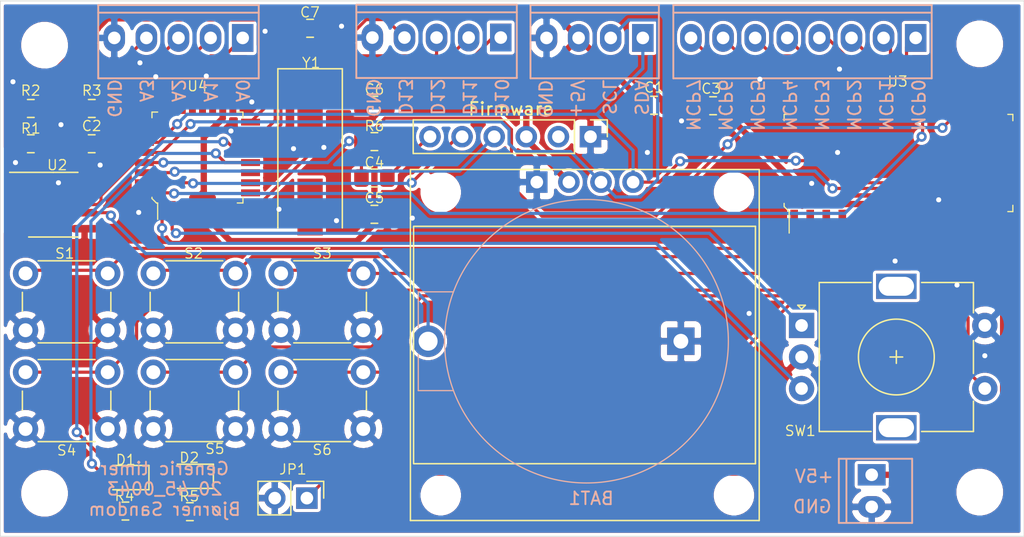
<source format=kicad_pcb>
(kicad_pcb (version 20171130) (host pcbnew "(5.1.7)-1")
  (layers (0 F.Cu signal) (31 B.Cu signal) (34 B.Paste user) (35 F.Paste user) (36 B.SilkS user) (37 F.SilkS user) (38 B.Mask user) (39 F.Mask user) (44 Edge.Cuts user))
  (net 0 "")
  (net 1 +BATT)
  (net 2 GND)
  (net 3 +5V)
  (net 4 /~RESET)
  (net 5 "Net-(C4-Pad1)")
  (net 6 "Net-(C5-Pad2)")
  (net 7 "Net-(C6-Pad2)")
  (net 8 "Net-(D1-Pad1)")
  (net 9 "Net-(D2-Pad1)")
  (net 10 "Net-(J1-Pad5)")
  (net 11 "Net-(J1-Pad4)")
  (net 12 "Net-(J1-Pad2)")
  (net 13 /A3)
  (net 14 /A2)
  (net 15 /A1)
  (net 16 /A0)
  (net 17 /SCL)
  (net 18 /SDA)
  (net 19 /D13)
  (net 20 /D12)
  (net 21 /D11)
  (net 22 /D10)
  (net 23 /MCP6)
  (net 24 /MCP7)
  (net 25 /MCP5)
  (net 26 /MCP4)
  (net 27 /MCP3)
  (net 28 /MCP2)
  (net 29 /MCP1)
  (net 30 /MCP0)
  (net 31 "Net-(JP1-Pad1)")
  (net 32 "Net-(R1-Pad2)")
  (net 33 /BUTTON0)
  (net 34 /BUTTON1)
  (net 35 /BUTTON2)
  (net 36 /BUTTON3)
  (net 37 /BUTTON4)
  (net 38 /BUTTON5)
  (net 39 "Net-(SW1-PadA)")
  (net 40 "Net-(SW1-PadB)")
  (net 41 /ROTSW_PUSH)
  (net 42 "Net-(U2-Pad1)")
  (net 43 /MCP_INT)
  (net 44 "Net-(U3-Pad19)")
  (net 45 "Net-(U3-Pad14)")
  (net 46 "Net-(U3-Pad11)")
  (net 47 "Net-(U4-Pad22)")
  (net 48 "Net-(U4-Pad20)")
  (net 49 "Net-(U4-Pad19)")
  (net 50 "Net-(U4-Pad10)")
  (net 51 "Net-(U4-Pad9)")
  (net 52 "Net-(U4-Pad11)")
  (net 53 "Net-(D1-Pad2)")
  (net 54 "Net-(D2-Pad2)")
  (module Resistor_SMD:R_0805_2012Metric_Pad1.15x1.40mm_HandSolder (layer F.Cu) (at 125 96.45)
    (fp_text reference R5 (at -0.05 -1.225) (layer F.SilkS) (effects (font (size 0.8 0.8) (thickness 0.1))))
    (fp_text value 560Ω)
    (pad 2 smd roundrect (at 1.025 0) (size 1.15 1.4) (layers F.Cu F.Paste F.Mask) (roundrect_rratio 0.2173904347826087) (net 9 "Net-(D2-Pad1)"))
    (pad 1 smd roundrect (at -1.025 0) (size 1.15 1.4) (layers F.Cu F.Paste F.Mask) (roundrect_rratio 0.2173904347826087) (net 2 GND))
  )
  (module Resistor_SMD:R_0805_2012Metric_Pad1.15x1.40mm_HandSolder (layer F.Cu) (at 119.9 96.4)
    (fp_text reference R4 (at -0.075 -1.2) (layer F.SilkS) (effects (font (size 0.8 0.8) (thickness 0.1))))
    (fp_text value 560Ω)
    (pad 2 smd roundrect (at 1.025 0) (size 1.15 1.4) (layers F.Cu F.Paste F.Mask) (roundrect_rratio 0.2173904347826087) (net 8 "Net-(D1-Pad1)"))
    (pad 1 smd roundrect (at -1.025 0) (size 1.15 1.4) (layers F.Cu F.Paste F.Mask) (roundrect_rratio 0.2173904347826087) (net 2 GND))
  )
  (module LED_SMD:LED_0805_2012Metric_Pad1.15x1.40mm_HandSolder (layer F.Cu) (at 125 93.65 180)
    (fp_text reference D2 (at 0.05 1.475) (layer F.SilkS) (effects (font (size 0.8 0.8) (thickness 0.1))))
    (fp_text value LED)
    (pad 2 smd roundrect (at 1.025 0 180) (size 1.15 1.4) (layers F.Cu F.Paste F.Mask) (roundrect_rratio 0.2173904347826087) (net 54 "Net-(D2-Pad2)"))
    (pad 1 smd roundrect (at -1.025 0 180) (size 1.15 1.4) (layers F.Cu F.Paste F.Mask) (roundrect_rratio 0.2173904347826087) (net 9 "Net-(D2-Pad1)"))
  )
  (module LED_SMD:LED_0805_2012Metric_Pad1.15x1.40mm_HandSolder (layer F.Cu) (at 119.9 93.75 180)
    (fp_text reference D1 (at -0.025 1.4) (layer F.SilkS) (effects (font (size 0.8 0.8) (thickness 0.1))))
    (fp_text value LED)
    (pad 2 smd roundrect (at 1.025 0 180) (size 1.15 1.4) (layers F.Cu F.Paste F.Mask) (roundrect_rratio 0.2173904347826087) (net 53 "Net-(D1-Pad2)"))
    (pad 1 smd roundrect (at -1.025 0 180) (size 1.15 1.4) (layers F.Cu F.Paste F.Mask) (roundrect_rratio 0.2173904347826087) (net 8 "Net-(D1-Pad1)"))
  )
  (module myDevices:KF2510-5P (layer B.Cu) (at 149.6 58.9 180)
    (fp_text reference J4 hide)
    (fp_text value "GPIO Header")
    (pad 5 thru_hole oval (at 10.16 0 180) (size 1.7 2.2) (drill 1) (layers *.Cu *.Mask) (net 2 GND))
    (pad 4 thru_hole oval (at 7.62 0 180) (size 1.7 2.2) (drill 1) (layers *.Cu *.Mask) (net 19 /D13))
    (pad 3 thru_hole oval (at 5.08 0 180) (size 1.7 2.2) (drill 1) (layers *.Cu *.Mask) (net 20 /D12))
    (pad 2 thru_hole oval (at 2.54 0 180) (size 1.7 2.2) (drill 1) (layers *.Cu *.Mask) (net 21 /D11))
    (pad 1 thru_hole rect (at 0 0 180) (size 1.7 2.2) (drill 1) (layers *.Cu *.Mask) (net 22 /D10))
  )
  (module Button_Switch_THT:SW_PUSH_6mm_H7.3mm (layer F.Cu) (at 138.718 89.902 180)
    (fp_text reference S6 (at 3.25 -1.648) (layer F.SilkS) (effects (font (size 0.8 0.8) (thickness 0.1))))
    (fp_text value GPTS203211B)
    (pad 1 thru_hole circle (at 6.5 0 270) (size 2 2) (drill 1.1) (layers *.Cu *.Mask) (net 2 GND))
    (pad 2 thru_hole circle (at 6.5 4.5 270) (size 2 2) (drill 1.1) (layers *.Cu *.Mask) (net 38 /BUTTON5))
    (pad 1 thru_hole circle (at 0 0 270) (size 2 2) (drill 1.1) (layers *.Cu *.Mask) (net 2 GND))
    (pad 2 thru_hole circle (at 0 4.5 270) (size 2 2) (drill 1.1) (layers *.Cu *.Mask) (net 38 /BUTTON5))
  )
  (module Button_Switch_THT:SW_PUSH_6mm_H7.3mm (layer F.Cu) (at 128.607 89.902 180)
    (fp_text reference S5 (at 1.632 -1.573) (layer F.SilkS) (effects (font (size 0.8 0.8) (thickness 0.1))))
    (fp_text value GPTS203211B)
    (pad 1 thru_hole circle (at 6.5 0 270) (size 2 2) (drill 1.1) (layers *.Cu *.Mask) (net 2 GND))
    (pad 2 thru_hole circle (at 6.5 4.5 270) (size 2 2) (drill 1.1) (layers *.Cu *.Mask) (net 37 /BUTTON4))
    (pad 1 thru_hole circle (at 0 0 270) (size 2 2) (drill 1.1) (layers *.Cu *.Mask) (net 2 GND))
    (pad 2 thru_hole circle (at 0 4.5 270) (size 2 2) (drill 1.1) (layers *.Cu *.Mask) (net 37 /BUTTON4))
  )
  (module Button_Switch_THT:SW_PUSH_6mm_H7.3mm (layer F.Cu) (at 118.496 89.902 180)
    (fp_text reference S4 (at 3.25 -1.698) (layer F.SilkS) (effects (font (size 0.8 0.8) (thickness 0.1))))
    (fp_text value GPTS203211B)
    (pad 1 thru_hole circle (at 6.5 0 270) (size 2 2) (drill 1.1) (layers *.Cu *.Mask) (net 2 GND))
    (pad 2 thru_hole circle (at 6.5 4.5 270) (size 2 2) (drill 1.1) (layers *.Cu *.Mask) (net 36 /BUTTON3))
    (pad 1 thru_hole circle (at 0 0 270) (size 2 2) (drill 1.1) (layers *.Cu *.Mask) (net 2 GND))
    (pad 2 thru_hole circle (at 0 4.5 270) (size 2 2) (drill 1.1) (layers *.Cu *.Mask) (net 36 /BUTTON3))
  )
  (module Button_Switch_THT:SW_PUSH_6mm_H7.3mm (layer F.Cu) (at 138.718 82.08 180)
    (fp_text reference S3 (at 3.25 6.08) (layer F.SilkS) (effects (font (size 0.8 0.8) (thickness 0.1))))
    (fp_text value GPTS203211B)
    (pad 1 thru_hole circle (at 6.5 0 270) (size 2 2) (drill 1.1) (layers *.Cu *.Mask) (net 2 GND))
    (pad 2 thru_hole circle (at 6.5 4.5 270) (size 2 2) (drill 1.1) (layers *.Cu *.Mask) (net 35 /BUTTON2))
    (pad 1 thru_hole circle (at 0 0 270) (size 2 2) (drill 1.1) (layers *.Cu *.Mask) (net 2 GND))
    (pad 2 thru_hole circle (at 0 4.5 270) (size 2 2) (drill 1.1) (layers *.Cu *.Mask) (net 35 /BUTTON2))
  )
  (module Button_Switch_THT:SW_PUSH_6mm_H7.3mm (layer F.Cu) (at 128.607 82.08 180)
    (fp_text reference S2 (at 3.307 6.08) (layer F.SilkS) (effects (font (size 0.8 0.8) (thickness 0.1))))
    (fp_text value GPTS203211B)
    (pad 1 thru_hole circle (at 6.5 0 270) (size 2 2) (drill 1.1) (layers *.Cu *.Mask) (net 2 GND))
    (pad 2 thru_hole circle (at 6.5 4.5 270) (size 2 2) (drill 1.1) (layers *.Cu *.Mask) (net 34 /BUTTON1))
    (pad 1 thru_hole circle (at 0 0 270) (size 2 2) (drill 1.1) (layers *.Cu *.Mask) (net 2 GND))
    (pad 2 thru_hole circle (at 0 4.5 270) (size 2 2) (drill 1.1) (layers *.Cu *.Mask) (net 34 /BUTTON1))
  )
  (module Button_Switch_THT:SW_PUSH_6mm_H7.3mm (layer F.Cu) (at 118.496 82.08 180)
    (fp_text reference S1 (at 3.396 6.08) (layer F.SilkS) (effects (font (size 0.8 0.8) (thickness 0.1))))
    (fp_text value GPTS203211B)
    (pad 1 thru_hole circle (at 6.5 0 270) (size 2 2) (drill 1.1) (layers *.Cu *.Mask) (net 2 GND))
    (pad 2 thru_hole circle (at 6.5 4.5 270) (size 2 2) (drill 1.1) (layers *.Cu *.Mask) (net 33 /BUTTON0))
    (pad 1 thru_hole circle (at 0 0 270) (size 2 2) (drill 1.1) (layers *.Cu *.Mask) (net 2 GND))
    (pad 2 thru_hole circle (at 0 4.5 270) (size 2 2) (drill 1.1) (layers *.Cu *.Mask) (net 33 /BUTTON0))
  )
  (module Crystal:Crystal_SMD_HC49-SD (layer F.Cu) (at 134.512 68.072 270)
    (fp_text reference Y1 (at -7.172 -0.088 180) (layer F.SilkS) (effects (font (size 0.8 0.8) (thickness 0.1))))
    (fp_text value 16MHz)
    (pad 2 smd rect (at 4.25 0 270) (size 4.5 2) (layers F.Cu F.Paste F.Mask) (net 6 "Net-(C5-Pad2)"))
    (pad 1 smd rect (at -4.25 0 270) (size 4.5 2) (layers F.Cu F.Paste F.Mask) (net 7 "Net-(C6-Pad2)"))
  )
  (module digikey-footprints:TQFP-32_7x7mm (layer F.Cu) (at 125.6 68.4 90)
    (fp_text reference U4 (at 5.65 0 180) (layer F.SilkS) (effects (font (size 0.8 0.8) (thickness 0.1))))
    (fp_text value ATMEGA328P-AU_Arduino)
    (pad 32 smd rect (at -2.8 -4.2 90) (size 0.55 1.5) (layers F.Cu F.Paste F.Mask) (net 43 /MCP_INT))
    (pad 31 smd rect (at -2 -4.2 90) (size 0.55 1.5) (layers F.Cu F.Paste F.Mask) (net 10 "Net-(J1-Pad5)"))
    (pad 30 smd rect (at -1.2 -4.2 90) (size 0.55 1.5) (layers F.Cu F.Paste F.Mask) (net 11 "Net-(J1-Pad4)"))
    (pad 29 smd rect (at -0.4 -4.2 90) (size 0.55 1.5) (layers F.Cu F.Paste F.Mask) (net 4 /~RESET))
    (pad 28 smd rect (at 0.4 -4.2 90) (size 0.55 1.5) (layers F.Cu F.Paste F.Mask) (net 17 /SCL))
    (pad 27 smd rect (at 1.2 -4.2 90) (size 0.55 1.5) (layers F.Cu F.Paste F.Mask) (net 18 /SDA))
    (pad 26 smd rect (at 2 -4.2 90) (size 0.55 1.5) (layers F.Cu F.Paste F.Mask) (net 13 /A3))
    (pad 25 smd rect (at 2.8 -4.2 90) (size 0.55 1.5) (layers F.Cu F.Paste F.Mask) (net 14 /A2))
    (pad 24 smd rect (at 4.2 -2.8 90) (size 1.5 0.55) (layers F.Cu F.Paste F.Mask) (net 15 /A1))
    (pad 23 smd rect (at 4.2 -2 90) (size 1.5 0.55) (layers F.Cu F.Paste F.Mask) (net 16 /A0))
    (pad 22 smd rect (at 4.2 -1.2 90) (size 1.5 0.55) (layers F.Cu F.Paste F.Mask) (net 47 "Net-(U4-Pad22)"))
    (pad 21 smd rect (at 4.2 -0.4 90) (size 1.5 0.55) (layers F.Cu F.Paste F.Mask) (net 2 GND))
    (pad 20 smd rect (at 4.2 0.4 90) (size 1.5 0.55) (layers F.Cu F.Paste F.Mask) (net 48 "Net-(U4-Pad20)"))
    (pad 19 smd rect (at 4.2 1.2 90) (size 1.5 0.55) (layers F.Cu F.Paste F.Mask) (net 49 "Net-(U4-Pad19)"))
    (pad 18 smd rect (at 4.2 2 90) (size 1.5 0.55) (layers F.Cu F.Paste F.Mask) (net 3 +5V))
    (pad 17 smd rect (at 4.2 2.8 90) (size 1.5 0.55) (layers F.Cu F.Paste F.Mask) (net 19 /D13))
    (pad 16 smd rect (at 2.8 4.2 90) (size 0.55 1.5) (layers F.Cu F.Paste F.Mask) (net 20 /D12))
    (pad 15 smd rect (at 2 4.2 90) (size 0.55 1.5) (layers F.Cu F.Paste F.Mask) (net 21 /D11))
    (pad 14 smd rect (at 1.2 4.2 90) (size 0.55 1.5) (layers F.Cu F.Paste F.Mask) (net 22 /D10))
    (pad 13 smd rect (at 0.4 4.2 90) (size 0.55 1.5) (layers F.Cu F.Paste F.Mask) (net 54 "Net-(D2-Pad2)"))
    (pad 12 smd rect (at -0.4 4.2 90) (size 0.55 1.5) (layers F.Cu F.Paste F.Mask) (net 53 "Net-(D1-Pad2)"))
    (pad 11 smd rect (at -1.2 4.2 90) (size 0.55 1.5) (layers F.Cu F.Paste F.Mask) (net 52 "Net-(U4-Pad11)"))
    (pad 10 smd rect (at -2 4.2 90) (size 0.55 1.5) (layers F.Cu F.Paste F.Mask) (net 50 "Net-(U4-Pad10)"))
    (pad 8 smd rect (at -4.2 2.8 90) (size 1.5 0.55) (layers F.Cu F.Paste F.Mask) (net 7 "Net-(C6-Pad2)"))
    (pad 7 smd rect (at -4.2 2 90) (size 1.5 0.55) (layers F.Cu F.Paste F.Mask) (net 6 "Net-(C5-Pad2)"))
    (pad 6 smd rect (at -4.2 1.2 90) (size 1.5 0.55) (layers F.Cu F.Paste F.Mask) (net 3 +5V))
    (pad 5 smd rect (at -4.2 0.4 90) (size 1.5 0.55) (layers F.Cu F.Paste F.Mask) (net 2 GND))
    (pad 4 smd rect (at -4.2 -0.4 90) (size 1.5 0.55) (layers F.Cu F.Paste F.Mask) (net 3 +5V))
    (pad 3 smd rect (at -4.2 -1.2 90) (size 1.5 0.55) (layers F.Cu F.Paste F.Mask) (net 2 GND))
    (pad 2 smd rect (at -4.2 -2 90) (size 1.5 0.55) (layers F.Cu F.Paste F.Mask) (net 39 "Net-(SW1-PadA)"))
    (pad 1 smd rect (at -4.2 -2.8 90) (size 1.5 0.55) (layers F.Cu F.Paste F.Mask) (net 40 "Net-(SW1-PadB)"))
    (pad 9 smd rect (at -2.8 4.2 90) (size 0.55 1.5) (layers F.Cu F.Paste F.Mask) (net 51 "Net-(U4-Pad9)"))
  )
  (module digikey-footprints:SOIC-28_W7.5mm (layer F.Cu) (at 181.07 68.834 90)
    (fp_text reference U3 (at 6.459 -0.07 180) (layer F.SilkS) (effects (font (size 0.8 0.8) (thickness 0.1))))
    (fp_text value MCP23017-E_SO)
    (pad 28 smd rect (at 4.7 -8.255 90) (size 2 0.6) (layers F.Cu F.Paste F.Mask) (net 24 /MCP7))
    (pad 27 smd rect (at 4.7 -6.985 90) (size 2 0.6) (layers F.Cu F.Paste F.Mask) (net 23 /MCP6))
    (pad 26 smd rect (at 4.7 -5.715 90) (size 2 0.6) (layers F.Cu F.Paste F.Mask) (net 25 /MCP5))
    (pad 25 smd rect (at 4.7 -4.445 90) (size 2 0.6) (layers F.Cu F.Paste F.Mask) (net 26 /MCP4))
    (pad 24 smd rect (at 4.7 -3.175 90) (size 2 0.6) (layers F.Cu F.Paste F.Mask) (net 27 /MCP3))
    (pad 23 smd rect (at 4.7 -1.905 90) (size 2 0.6) (layers F.Cu F.Paste F.Mask) (net 28 /MCP2))
    (pad 22 smd rect (at 4.7 -0.635 90) (size 2 0.6) (layers F.Cu F.Paste F.Mask) (net 29 /MCP1))
    (pad 21 smd rect (at 4.7 0.635 90) (size 2 0.6) (layers F.Cu F.Paste F.Mask) (net 30 /MCP0))
    (pad 20 smd rect (at 4.7 1.905 90) (size 2 0.6) (layers F.Cu F.Paste F.Mask) (net 43 /MCP_INT))
    (pad 19 smd rect (at 4.7 3.175 90) (size 2 0.6) (layers F.Cu F.Paste F.Mask) (net 44 "Net-(U3-Pad19)"))
    (pad 18 smd rect (at 4.7 4.445 90) (size 2 0.6) (layers F.Cu F.Paste F.Mask) (net 4 /~RESET))
    (pad 17 smd rect (at 4.7 5.715 90) (size 2 0.6) (layers F.Cu F.Paste F.Mask) (net 2 GND))
    (pad 16 smd rect (at 4.7 6.985 90) (size 2 0.6) (layers F.Cu F.Paste F.Mask) (net 2 GND))
    (pad 15 smd rect (at 4.7 8.255 90) (size 2 0.6) (layers F.Cu F.Paste F.Mask) (net 2 GND))
    (pad 14 smd rect (at -4.7 8.255 90) (size 2 0.6) (layers F.Cu F.Paste F.Mask) (net 45 "Net-(U3-Pad14)"))
    (pad 13 smd rect (at -4.7 6.985 90) (size 2 0.6) (layers F.Cu F.Paste F.Mask) (net 18 /SDA))
    (pad 12 smd rect (at -4.7 5.715 90) (size 2 0.6) (layers F.Cu F.Paste F.Mask) (net 17 /SCL))
    (pad 11 smd rect (at -4.7 4.445 90) (size 2 0.6) (layers F.Cu F.Paste F.Mask) (net 46 "Net-(U3-Pad11)"))
    (pad 10 smd rect (at -4.7 3.175 90) (size 2 0.6) (layers F.Cu F.Paste F.Mask) (net 2 GND))
    (pad 9 smd rect (at -4.7 1.905 90) (size 2 0.6) (layers F.Cu F.Paste F.Mask) (net 3 +5V))
    (pad 8 smd rect (at -4.7 0.635 90) (size 2 0.6) (layers F.Cu F.Paste F.Mask) (net 41 /ROTSW_PUSH))
    (pad 7 smd rect (at -4.7 -0.635 90) (size 2 0.6) (layers F.Cu F.Paste F.Mask) (net 31 "Net-(JP1-Pad1)"))
    (pad 6 smd rect (at -4.7 -1.905 90) (size 2 0.6) (layers F.Cu F.Paste F.Mask) (net 38 /BUTTON5))
    (pad 5 smd rect (at -4.7 -3.175 90) (size 2 0.6) (layers F.Cu F.Paste F.Mask) (net 37 /BUTTON4))
    (pad 4 smd rect (at -4.7 -4.445 90) (size 2 0.6) (layers F.Cu F.Paste F.Mask) (net 36 /BUTTON3))
    (pad 3 smd rect (at -4.7 -5.715 90) (size 2 0.6) (layers F.Cu F.Paste F.Mask) (net 35 /BUTTON2))
    (pad 2 smd rect (at -4.7 -6.985 90) (size 2 0.6) (layers F.Cu F.Paste F.Mask) (net 34 /BUTTON1))
    (pad 1 smd rect (at -4.7 -8.255 90) (size 2 0.6) (layers F.Cu F.Paste F.Mask) (net 33 /BUTTON0))
  )
  (module Package_SO:SOIC-8_3.9x4.9mm_P1.27mm (layer F.Cu) (at 114.192 72.136)
    (fp_text reference U2 (at 0.308 -3.136) (layer F.SilkS) (effects (font (size 0.8 0.8) (thickness 0.1))))
    (fp_text value DS3231MZ)
    (pad 8 smd roundrect (at 2.475 -1.905) (size 1.95 0.6) (layers F.Cu F.Paste F.Mask) (net 17 /SCL))
    (pad 7 smd roundrect (at 2.475 -0.635) (size 1.95 0.6) (layers F.Cu F.Paste F.Mask) (net 18 /SDA))
    (pad 6 smd roundrect (at 2.475 0.635) (size 1.95 0.6) (layers F.Cu F.Paste F.Mask) (net 1 +BATT))
    (pad 5 smd roundrect (at 2.475 1.905) (size 1.95 0.6) (layers F.Cu F.Paste F.Mask) (net 2 GND))
    (pad 4 smd roundrect (at -2.475 1.905) (size 1.95 0.6) (layers F.Cu F.Paste F.Mask) (net 4 /~RESET))
    (pad 3 smd roundrect (at -2.475 0.635) (size 1.95 0.6) (layers F.Cu F.Paste F.Mask) (net 32 "Net-(R1-Pad2)"))
    (pad 2 smd roundrect (at -2.475 -0.635) (size 1.95 0.6) (layers F.Cu F.Paste F.Mask) (net 3 +5V))
    (pad 1 smd roundrect (at -2.475 -1.905) (size 1.95 0.6) (layers F.Cu F.Paste F.Mask) (net 42 "Net-(U2-Pad1)"))
  )
  (module myDevices:Display_OLED_0.96in_I2C (layer F.Cu) (at 152.45 70.35)
    (fp_text reference U1 hide)
    (fp_text value Display_OLED_0.96_I2C)
    (pad "" np_thru_hole circle (at -7.6 0.8) (size 2.7 2.7) (drill 2.7) (layers *.Cu *.Mask))
    (pad "" np_thru_hole circle (at 15.6 24.8) (size 2.7 2.7) (drill 2.7) (layers *.Cu *.Mask))
    (pad "" np_thru_hole circle (at -7.6 24.8) (size 2.7 2.7) (drill 2.7) (layers *.Cu *.Mask))
    (pad "" np_thru_hole circle (at 15.6 0.8) (size 2.7 2.7) (drill 2.7) (layers *.Cu *.Mask))
    (pad 1 thru_hole rect (at 0 0) (size 1.7 1.7) (drill 1) (layers *.Cu *.Mask) (net 2 GND))
    (pad 2 thru_hole circle (at 2.54 0) (size 1.7 1.7) (drill 1) (layers *.Cu *.Mask) (net 3 +5V))
    (pad 3 thru_hole circle (at 5.08 0) (size 1.7 1.7) (drill 1) (layers *.Cu *.Mask) (net 17 /SCL))
    (pad 4 thru_hole circle (at 7.62 0) (size 1.7 1.7) (drill 1) (layers *.Cu *.Mask) (net 18 /SDA))
  )
  (module Rotary_Encoder:RotaryEncoder_Alps_EC11E-Switch_Vertical_H20mm (layer F.Cu) (at 173.4 81.7)
    (fp_text reference SW1 (at -0.1 8.35) (layer F.SilkS) (effects (font (size 0.8 0.8) (thickness 0.1))))
    (fp_text value Rotary_Encoder_Switch)
    (pad A thru_hole rect (at 0 0) (size 2 2) (drill 1) (layers *.Cu *.Mask) (net 39 "Net-(SW1-PadA)"))
    (pad C thru_hole circle (at 0 2.5) (size 2 2) (drill 1) (layers *.Cu *.Mask) (net 2 GND))
    (pad B thru_hole circle (at 0 5) (size 2 2) (drill 1) (layers *.Cu *.Mask) (net 40 "Net-(SW1-PadB)"))
    (pad MP thru_hole rect (at 7.5 -3.1) (size 3.2 2) (drill oval 2.8 1.5) (layers *.Cu *.Mask))
    (pad MP thru_hole rect (at 7.5 8.1) (size 3.2 2) (drill oval 2.8 1.5) (layers *.Cu *.Mask))
    (pad S2 thru_hole circle (at 14.5 0) (size 2 2) (drill 1) (layers *.Cu *.Mask) (net 2 GND))
    (pad S1 thru_hole circle (at 14.5 5) (size 2 2) (drill 1) (layers *.Cu *.Mask) (net 41 /ROTSW_PUSH))
  )
  (module Resistor_SMD:R_0805_2012Metric_Pad1.15x1.40mm_HandSolder (layer F.Cu) (at 139.6 67.141333 180)
    (fp_text reference R6 (at 0 1.241333) (layer F.SilkS) (effects (font (size 0.8 0.8) (thickness 0.1))))
    (fp_text value 10kΩ)
    (pad 2 smd roundrect (at 1.025 0 180) (size 1.15 1.4) (layers F.Cu F.Paste F.Mask) (roundrect_rratio 0.2173904347826087) (net 4 /~RESET))
    (pad 1 smd roundrect (at -1.025 0 180) (size 1.15 1.4) (layers F.Cu F.Paste F.Mask) (roundrect_rratio 0.2173904347826087) (net 3 +5V))
  )
  (module Resistor_SMD:R_0805_2012Metric_Pad1.15x1.40mm_HandSolder (layer F.Cu) (at 117.24 64.516)
    (fp_text reference R3 (at 0 -1.416) (layer F.SilkS) (effects (font (size 0.8 0.8) (thickness 0.1))))
    (fp_text value 10kΩ)
    (pad 2 smd roundrect (at 1.025 0) (size 1.15 1.4) (layers F.Cu F.Paste F.Mask) (roundrect_rratio 0.2173904347826087) (net 17 /SCL))
    (pad 1 smd roundrect (at -1.025 0) (size 1.15 1.4) (layers F.Cu F.Paste F.Mask) (roundrect_rratio 0.2173904347826087) (net 3 +5V))
  )
  (module Resistor_SMD:R_0805_2012Metric_Pad1.15x1.40mm_HandSolder (layer F.Cu) (at 112.414 64.516)
    (fp_text reference R2 (at -0.014 -1.416) (layer F.SilkS) (effects (font (size 0.8 0.8) (thickness 0.1))))
    (fp_text value 10kΩ)
    (pad 2 smd roundrect (at 1.025 0) (size 1.15 1.4) (layers F.Cu F.Paste F.Mask) (roundrect_rratio 0.2173904347826087) (net 18 /SDA))
    (pad 1 smd roundrect (at -1.025 0) (size 1.15 1.4) (layers F.Cu F.Paste F.Mask) (roundrect_rratio 0.2173904347826087) (net 3 +5V))
  )
  (module Resistor_SMD:R_0805_2012Metric_Pad1.15x1.40mm_HandSolder (layer F.Cu) (at 112.414 67.31 180)
    (fp_text reference R1 (at 0 1.21) (layer F.SilkS) (effects (font (size 0.8 0.8) (thickness 0.1))))
    (fp_text value 10kΩ)
    (pad 2 smd roundrect (at 1.025 0 180) (size 1.15 1.4) (layers F.Cu F.Paste F.Mask) (roundrect_rratio 0.2173904347826087) (net 32 "Net-(R1-Pad2)"))
    (pad 1 smd roundrect (at -1.025 0 180) (size 1.15 1.4) (layers F.Cu F.Paste F.Mask) (roundrect_rratio 0.2173904347826087) (net 3 +5V))
  )
  (module Connector_PinHeader_2.54mm:PinHeader_1x02_P2.54mm_Vertical (layer F.Cu) (at 134.258 95.377 270)
    (fp_text reference JP1 (at -2.277 1.108 180) (layer F.SilkS) (effects (font (size 0.8 0.8) (thickness 0.1))))
    (fp_text value Jumper_2_Open)
    (pad 2 thru_hole oval (at 0 2.54 270) (size 1.7 1.7) (drill 1) (layers *.Cu *.Mask) (net 2 GND))
    (pad 1 thru_hole rect (at 0 0 270) (size 1.7 1.7) (drill 1) (layers *.Cu *.Mask) (net 31 "Net-(JP1-Pad1)"))
  )
  (module myDevices:KF2510-2P (layer B.Cu) (at 178.95 94.8 270)
    (fp_text reference J6 hide)
    (fp_text value Power)
    (pad 2 thru_hole oval (at 1.27 0 270) (size 1.7 2.2) (drill 1) (layers *.Cu *.Mask) (net 2 GND))
    (pad 1 thru_hole rect (at -1.27 0 270) (size 1.7 2.2) (drill 1) (layers *.Cu *.Mask) (net 3 +5V))
  )
  (module myDevices:KF2510-8P (layer B.Cu) (at 182.43 58.928 180)
    (fp_text reference J5 hide)
    (fp_text value "MCP Header")
    (pad 7 thru_hole oval (at 15.24 0 180) (size 1.7 2.2) (drill 1) (layers *.Cu *.Mask) (net 23 /MCP6))
    (pad 8 thru_hole oval (at 17.78 0 180) (size 1.7 2.2) (drill 1) (layers *.Cu *.Mask) (net 24 /MCP7))
    (pad 6 thru_hole oval (at 12.7 0 180) (size 1.7 2.2) (drill 1) (layers *.Cu *.Mask) (net 25 /MCP5))
    (pad 5 thru_hole oval (at 10.16 0 180) (size 1.7 2.2) (drill 1) (layers *.Cu *.Mask) (net 26 /MCP4))
    (pad 4 thru_hole oval (at 7.62 0 180) (size 1.7 2.2) (drill 1) (layers *.Cu *.Mask) (net 27 /MCP3))
    (pad 3 thru_hole oval (at 5.08 0 180) (size 1.7 2.2) (drill 1) (layers *.Cu *.Mask) (net 28 /MCP2))
    (pad 2 thru_hole oval (at 2.54 0 180) (size 1.7 2.2) (drill 1) (layers *.Cu *.Mask) (net 29 /MCP1))
    (pad 1 thru_hole rect (at 0 0 180) (size 1.7 2.2) (drill 1) (layers *.Cu *.Mask) (net 30 /MCP0))
  )
  (module myDevices:KF2510-4P (layer B.Cu) (at 157.03 58.928 180)
    (fp_text reference J3 hide)
    (fp_text value "I2C Header")
    (pad 4 thru_hole oval (at 3.81 0 180) (size 1.7 2.2) (drill 1) (layers *.Cu *.Mask) (net 2 GND))
    (pad 3 thru_hole oval (at 1.27 0 180) (size 1.7 2.2) (drill 1) (layers *.Cu *.Mask) (net 3 +5V))
    (pad 2 thru_hole oval (at -1.27 0 180) (size 1.7 2.2) (drill 1) (layers *.Cu *.Mask) (net 17 /SCL))
    (pad 1 thru_hole rect (at -3.81 0 180) (size 1.7 2.2) (drill 1) (layers *.Cu *.Mask) (net 18 /SDA))
  )
  (module myDevices:KF2510-5P (layer B.Cu) (at 129.178 58.928 180)
    (fp_text reference J2 hide)
    (fp_text value "Analog header")
    (pad 5 thru_hole oval (at 10.16 0 180) (size 1.7 2.2) (drill 1) (layers *.Cu *.Mask) (net 2 GND))
    (pad 4 thru_hole oval (at 7.62 0 180) (size 1.7 2.2) (drill 1) (layers *.Cu *.Mask) (net 13 /A3))
    (pad 3 thru_hole oval (at 5.08 0 180) (size 1.7 2.2) (drill 1) (layers *.Cu *.Mask) (net 14 /A2))
    (pad 2 thru_hole oval (at 2.54 0 180) (size 1.7 2.2) (drill 1) (layers *.Cu *.Mask) (net 15 /A1))
    (pad 1 thru_hole rect (at 0 0 180) (size 1.7 2.2) (drill 1) (layers *.Cu *.Mask) (net 16 /A0))
  )
  (module Connector_PinHeader_2.54mm:PinHeader_1x06_P2.54mm_Vertical (layer F.Cu) (at 156.7 66.75 270)
    (fp_text reference J1 hide)
    (fp_text value FIRMWARE)
    (pad 6 thru_hole oval (at 0 12.7 270) (size 1.7 1.7) (drill 1) (layers *.Cu *.Mask) (net 5 "Net-(C4-Pad1)"))
    (pad 5 thru_hole oval (at 0 10.16 270) (size 1.7 1.7) (drill 1) (layers *.Cu *.Mask) (net 10 "Net-(J1-Pad5)"))
    (pad 4 thru_hole oval (at 0 7.62 270) (size 1.7 1.7) (drill 1) (layers *.Cu *.Mask) (net 11 "Net-(J1-Pad4)"))
    (pad 3 thru_hole oval (at 0 5.08 270) (size 1.7 1.7) (drill 1) (layers *.Cu *.Mask) (net 3 +5V))
    (pad 2 thru_hole oval (at 0 2.54 270) (size 1.7 1.7) (drill 1) (layers *.Cu *.Mask) (net 12 "Net-(J1-Pad2)"))
    (pad 1 thru_hole rect (at 0 0 270) (size 1.7 1.7) (drill 1) (layers *.Cu *.Mask) (net 2 GND))
  )
  (module MountingHole:MountingHole_3.2mm_M3 (layer F.Cu) (at 187.5 94.9)
    (fp_text reference H4 hide)
    (fp_text value MountingHole)
    (pad 1 np_thru_hole circle (at 0 0) (size 3.2 3.2) (drill 3.2) (layers *.Cu *.Mask))
  )
  (module MountingHole:MountingHole_3.2mm_M3 (layer F.Cu) (at 187.5 59.4)
    (fp_text reference H3 hide)
    (fp_text value MountingHole)
    (pad 1 np_thru_hole circle (at 0 0) (size 3.2 3.2) (drill 3.2) (layers *.Cu *.Mask))
  )
  (module MountingHole:MountingHole_3.2mm_M3 (layer F.Cu) (at 113.5 94.996)
    (fp_text reference H2 hide)
    (fp_text value MountingHole)
    (pad 1 np_thru_hole circle (at 0 0) (size 3.2 3.2) (drill 3.2) (layers *.Cu *.Mask))
  )
  (module MountingHole:MountingHole_3.2mm_M3 (layer F.Cu) (at 113.5 59.5)
    (fp_text reference H1 hide)
    (fp_text value MountingHole)
    (pad 1 np_thru_hole circle (at 0 0) (size 3.2 3.2) (drill 3.2) (layers *.Cu *.Mask))
  )
  (module Capacitor_SMD:C_0805_2012Metric_Pad1.15x1.40mm_HandSolder (layer F.Cu) (at 134.512 58.166 180)
    (fp_text reference C7 (at 0.012 1.266) (layer F.SilkS) (effects (font (size 0.8 0.8) (thickness 0.1))))
    (fp_text value 100nF)
    (pad 2 smd roundrect (at 1.025 0 180) (size 1.15 1.4) (layers F.Cu F.Paste F.Mask) (roundrect_rratio 0.2173904347826087) (net 3 +5V))
    (pad 1 smd roundrect (at -1.025 0 180) (size 1.15 1.4) (layers F.Cu F.Paste F.Mask) (roundrect_rratio 0.2173904347826087) (net 2 GND))
  )
  (module Capacitor_SMD:C_0805_2012Metric_Pad1.15x1.40mm_HandSolder (layer F.Cu) (at 139.6 64.262 180)
    (fp_text reference C6 (at 0 1.262) (layer F.SilkS) (effects (font (size 0.8 0.8) (thickness 0.1))))
    (fp_text value 22pF)
    (pad 2 smd roundrect (at 1.025 0 180) (size 1.15 1.4) (layers F.Cu F.Paste F.Mask) (roundrect_rratio 0.2173904347826087) (net 7 "Net-(C6-Pad2)"))
    (pad 1 smd roundrect (at -1.025 0 180) (size 1.15 1.4) (layers F.Cu F.Paste F.Mask) (roundrect_rratio 0.2173904347826087) (net 2 GND))
  )
  (module Capacitor_SMD:C_0805_2012Metric_Pad1.15x1.40mm_HandSolder (layer F.Cu) (at 139.6 72.9 180)
    (fp_text reference C5 (at 0 1.3) (layer F.SilkS) (effects (font (size 0.8 0.8) (thickness 0.1))))
    (fp_text value 22pF)
    (pad 2 smd roundrect (at 1.025 0 180) (size 1.15 1.4) (layers F.Cu F.Paste F.Mask) (roundrect_rratio 0.2173904347826087) (net 6 "Net-(C5-Pad2)"))
    (pad 1 smd roundrect (at -1.025 0 180) (size 1.15 1.4) (layers F.Cu F.Paste F.Mask) (roundrect_rratio 0.2173904347826087) (net 2 GND))
  )
  (module Capacitor_SMD:C_0805_2012Metric_Pad1.15x1.40mm_HandSolder (layer F.Cu) (at 139.6 70.020666 180)
    (fp_text reference C4 (at 0 1.220666) (layer F.SilkS) (effects (font (size 0.8 0.8) (thickness 0.1))))
    (fp_text value 10nF)
    (pad 2 smd roundrect (at 1.025 0 180) (size 1.15 1.4) (layers F.Cu F.Paste F.Mask) (roundrect_rratio 0.2173904347826087) (net 4 /~RESET))
    (pad 1 smd roundrect (at -1.025 0 180) (size 1.15 1.4) (layers F.Cu F.Paste F.Mask) (roundrect_rratio 0.2173904347826087) (net 5 "Net-(C4-Pad1)"))
  )
  (module Capacitor_SMD:C_0805_2012Metric_Pad1.15x1.40mm_HandSolder (layer F.Cu) (at 166.4 64.3 180)
    (fp_text reference C3 (at 0.15 1.35) (layer F.SilkS) (effects (font (size 0.8 0.8) (thickness 0.1))))
    (fp_text value 100nF)
    (pad 2 smd roundrect (at 1.025 0 180) (size 1.15 1.4) (layers F.Cu F.Paste F.Mask) (roundrect_rratio 0.2173904347826087) (net 3 +5V))
    (pad 1 smd roundrect (at -1.025 0 180) (size 1.15 1.4) (layers F.Cu F.Paste F.Mask) (roundrect_rratio 0.2173904347826087) (net 2 GND))
  )
  (module Capacitor_SMD:C_0805_2012Metric_Pad1.15x1.40mm_HandSolder (layer F.Cu) (at 117.231 67.31)
    (fp_text reference C2 (at 0 -1.41) (layer F.SilkS) (effects (font (size 0.8 0.8) (thickness 0.1))))
    (fp_text value 100nF)
    (pad 2 smd roundrect (at 1.025 0) (size 1.15 1.4) (layers F.Cu F.Paste F.Mask) (roundrect_rratio 0.2173904347826087) (net 2 GND))
    (pad 1 smd roundrect (at -1.025 0) (size 1.15 1.4) (layers F.Cu F.Paste F.Mask) (roundrect_rratio 0.2173904347826087) (net 3 +5V))
  )
  (module Capacitor_SMD:C_0805_2012Metric_Pad1.15x1.40mm_HandSolder (layer F.Cu) (at 161.725 64.262)
    (fp_text reference C1 (at 0 -1.412) (layer F.SilkS) (effects (font (size 0.8 0.8) (thickness 0.1))))
    (fp_text value 1µF)
    (pad 2 smd roundrect (at 1.025 0) (size 1.15 1.4) (layers F.Cu F.Paste F.Mask) (roundrect_rratio 0.2173904347826087) (net 3 +5V))
    (pad 1 smd roundrect (at -1.025 0) (size 1.15 1.4) (layers F.Cu F.Paste F.Mask) (roundrect_rratio 0.2173904347826087) (net 2 GND))
  )
  (module digikey-footprints:Battery_Holder_Coin_2032_BS-7 (layer B.Cu) (at 163.85 82.95 180)
    (fp_text reference BAT1 (at 7.1 -12.45 180) (layer B.SilkS) (effects (justify mirror)))
    (fp_text value BS-7)
    (pad Pos thru_hole circle (at 20 0 180) (size 2.5 2.5) (drill 1.5) (layers *.Cu *.Mask) (net 1 +BATT))
    (pad Neg thru_hole rect (at 0 0 180) (size 2.17 2.17) (drill 1.17) (layers *.Cu *.Mask) (net 2 GND))
  )
  (gr_text "Generic timer\n20_45_0043\nBjørner Sandom\n" (at 123 94.65) (layer B.SilkS) (effects (font (size 1 1)) (justify mirror)))
  (gr_text Firmware (at 150.4 64.55) (layer F.SilkS) (effects (font (size 1 1))))
  (gr_text GND (at 174.25 96.05) (layer B.SilkS) (effects (font (size 1 1)) (justify mirror)))
  (gr_text +5V (at 174.4 93.65) (layer B.SilkS) (effects (font (size 1 1)) (justify mirror)))
  (gr_text MCP5 (at 169.885714 64.25 -90) (layer B.SilkS) (effects (font (size 1 1)) (justify mirror)))
  (gr_text MCP6 (at 167.342857 64.25 -90) (layer B.SilkS) (effects (font (size 1 1)) (justify mirror)))
  (gr_text MCP7 (at 164.8 64.25 -90) (layer B.SilkS) (effects (font (size 1 1)) (justify mirror)))
  (gr_text MCP1 (at 180.057142 64.25 -90) (layer B.SilkS) (effects (font (size 1 1)) (justify mirror)))
  (gr_text MCP4 (at 172.428571 64.25 -90) (layer B.SilkS) (effects (font (size 1 1)) (justify mirror)))
  (gr_text MCP2 (at 177.514285 64.25 -90) (layer B.SilkS) (effects (font (size 1 1)) (justify mirror)))
  (gr_text MCP3 (at 174.971428 64.25 -90) (layer B.SilkS) (effects (font (size 1 1)) (justify mirror)))
  (gr_text MCP0 (at 182.6 64.25 -90) (layer B.SilkS) (effects (font (size 1 1)) (justify mirror)))
  (gr_text SDA (at 160.7125 63.65 -90) (layer B.SilkS) (effects (font (size 1 1)) (justify mirror)))
  (gr_text GND (at 153.1 63.769047 -90) (layer B.SilkS) (effects (font (size 1 1)) (justify mirror)))
  (gr_text SCL (at 158.175 63.62619 -90) (layer B.SilkS) (effects (font (size 1 1)) (justify mirror)))
  (gr_text +5V (at 155.6375 63.769047 -90) (layer B.SilkS) (effects (font (size 1 1)) (justify mirror)))
  (gr_text D11 (at 147.1125 63.6 -90) (layer B.SilkS) (effects (font (size 1 1)) (justify mirror)))
  (gr_text GND (at 139.5 63.671428 -90) (layer B.SilkS) (effects (font (size 1 1)) (justify mirror)))
  (gr_text D12 (at 144.575 63.6 -90) (layer B.SilkS) (effects (font (size 1 1)) (justify mirror)))
  (gr_text D13 (at 142.0375 63.6 -90) (layer B.SilkS) (effects (font (size 1 1)) (justify mirror)))
  (gr_text D10 (at 149.65 63.6 -90) (layer B.SilkS) (effects (font (size 1 1)) (justify mirror)))
  (gr_text GND (at 119 63.719047 -90) (layer B.SilkS) (effects (font (size 1 1)) (justify mirror)))
  (gr_text A3 (at 121.5375 63.1 -90) (layer B.SilkS) (effects (font (size 1 1)) (justify mirror)))
  (gr_text A2 (at 124.075 63.1 -90) (layer B.SilkS) (effects (font (size 1 1)) (justify mirror)))
  (gr_text A1 (at 126.6125 63.1 -90) (layer B.SilkS) (effects (font (size 1 1)) (justify mirror)))
  (gr_text A0 (at 129.15 63.1 -90) (layer B.SilkS) (effects (font (size 1 1)) (justify mirror)))
  (gr_line (start 110 98.4) (end 110 56) (layer Edge.Cuts) (width 0.05))
  (gr_line (start 191 98.4) (end 110 98.4) (layer Edge.Cuts) (width 0.05))
  (gr_line (start 191 56) (end 191 98.4) (layer Edge.Cuts) (width 0.05))
  (gr_line (start 110 56) (end 191 56) (layer Edge.Cuts) (width 0.05))
  (segment (start 139.904999 76.004999) (end 121.504999 76.004999) (width 0.25) (layer B.Cu) (net 1))
  (via (at 118.75 73) (size 0.8) (drill 0.4) (layers F.Cu B.Cu) (net 1))
  (segment (start 118.75 73.25) (end 118.75 73) (width 0.25) (layer B.Cu) (net 1))
  (segment (start 121.504999 76.004999) (end 118.75 73.25) (width 0.25) (layer B.Cu) (net 1))
  (segment (start 118.521 72.771) (end 118.75 73) (width 0.25) (layer F.Cu) (net 1))
  (segment (start 116.667 72.771) (end 118.521 72.771) (width 0.25) (layer F.Cu) (net 1))
  (segment (start 143.85 79.95) (end 143.85 82.95) (width 0.25) (layer B.Cu) (net 1))
  (segment (start 139.904999 76.004999) (end 143.85 79.95) (width 0.25) (layer B.Cu) (net 1))
  (segment (start 126 73.6) (end 126 72.6) (width 0.25) (layer F.Cu) (net 2))
  (segment (start 125.924999 73.675001) (end 126 73.6) (width 0.25) (layer F.Cu) (net 2))
  (segment (start 124.4 73.6) (end 124.475001 73.675001) (width 0.25) (layer F.Cu) (net 2))
  (segment (start 124.4 72.6) (end 124.4 73.6) (width 0.25) (layer F.Cu) (net 2))
  (via (at 163.9 65.5) (size 0.8) (drill 0.4) (layers F.Cu B.Cu) (net 2))
  (segment (start 161.938 65.5) (end 163.9 65.5) (width 0.25) (layer F.Cu) (net 2))
  (segment (start 160.7 64.262) (end 161.938 65.5) (width 0.25) (layer F.Cu) (net 2))
  (via (at 137 58) (size 0.8) (drill 0.4) (layers F.Cu B.Cu) (net 2))
  (segment (start 136.834 58.166) (end 137 58) (width 0.5) (layer F.Cu) (net 2))
  (segment (start 135.537 58.166) (end 136.834 58.166) (width 0.5) (layer F.Cu) (net 2))
  (via (at 169.25 80.75) (size 0.8) (drill 0.4) (layers F.Cu B.Cu) (net 2))
  (via (at 176.25 68) (size 0.8) (drill 0.4) (layers F.Cu B.Cu) (net 2))
  (via (at 187.9 84.1) (size 0.8) (drill 0.4) (layers F.Cu B.Cu) (net 2))
  (via (at 185.7 78.5) (size 0.8) (drill 0.4) (layers F.Cu B.Cu) (net 2))
  (via (at 180.8 76.6) (size 0.8) (drill 0.4) (layers F.Cu B.Cu) (net 2))
  (via (at 170.1 62.2) (size 0.8) (drill 0.4) (layers F.Cu B.Cu) (net 2))
  (via (at 176.4 61.4) (size 0.8) (drill 0.4) (layers F.Cu B.Cu) (net 2))
  (via (at 122.3 62) (size 0.8) (drill 0.4) (layers F.Cu B.Cu) (net 2))
  (via (at 111 62.4) (size 0.8) (drill 0.4) (layers F.Cu B.Cu) (net 2))
  (via (at 114.8 65.8) (size 0.8) (drill 0.4) (layers F.Cu B.Cu) (net 2))
  (via (at 114.6 70.4) (size 0.8) (drill 0.4) (layers F.Cu B.Cu) (net 2))
  (via (at 111.2 68.8) (size 0.8) (drill 0.4) (layers F.Cu B.Cu) (net 2))
  (via (at 129.9 64) (size 0.8) (drill 0.4) (layers F.Cu B.Cu) (net 2))
  (via (at 133.2 67.7) (size 0.8) (drill 0.4) (layers F.Cu B.Cu) (net 2))
  (via (at 135.6 67.6) (size 0.8) (drill 0.4) (layers F.Cu B.Cu) (net 2))
  (via (at 136.6 73.4) (size 0.8) (drill 0.4) (layers F.Cu B.Cu) (net 2))
  (via (at 142.6 73.2) (size 0.8) (drill 0.4) (layers F.Cu B.Cu) (net 2))
  (segment (start 142.3 72.9) (end 142.6 73.2) (width 0.5) (layer F.Cu) (net 2))
  (segment (start 140.625 72.9) (end 142.3 72.9) (width 0.5) (layer F.Cu) (net 2))
  (via (at 184.25 71.75) (size 0.8) (drill 0.4) (layers F.Cu B.Cu) (net 2))
  (segment (start 184.245 71.755) (end 184.25 71.75) (width 0.5) (layer F.Cu) (net 2))
  (segment (start 184.245 73.534) (end 184.245 71.755) (width 0.5) (layer F.Cu) (net 2))
  (via (at 117.9 69) (size 0.8) (drill 0.4) (layers F.Cu B.Cu) (net 2))
  (segment (start 124.475001 73.675001) (end 125.125001 73.675001) (width 0.25) (layer F.Cu) (net 2))
  (segment (start 125.125001 73.675001) (end 125.924999 73.675001) (width 0.25) (layer F.Cu) (net 2))
  (via (at 120.95 72.75) (size 0.8) (drill 0.4) (layers F.Cu B.Cu) (net 2))
  (segment (start 120.95 73.223002) (end 120.95 72.75) (width 0.25) (layer F.Cu) (net 2))
  (segment (start 122.851999 75.125001) (end 120.95 73.223002) (width 0.25) (layer F.Cu) (net 2))
  (segment (start 124.248001 75.125001) (end 122.851999 75.125001) (width 0.25) (layer F.Cu) (net 2))
  (segment (start 125.125001 74.248001) (end 124.248001 75.125001) (width 0.25) (layer F.Cu) (net 2))
  (segment (start 125.125001 73.675001) (end 125.125001 74.248001) (width 0.25) (layer F.Cu) (net 2))
  (segment (start 137.91299 65.28701) (end 135.6 67.6) (width 0.25) (layer F.Cu) (net 2))
  (segment (start 139.59999 65.28701) (end 137.91299 65.28701) (width 0.25) (layer F.Cu) (net 2))
  (segment (start 140.625 64.262) (end 139.59999 65.28701) (width 0.25) (layer F.Cu) (net 2))
  (via (at 121.05 60.9) (size 0.8) (drill 0.4) (layers F.Cu B.Cu) (net 2))
  (via (at 130.95 58.4) (size 0.8) (drill 0.4) (layers F.Cu B.Cu) (net 2))
  (via (at 126.3 61.95) (size 0.8) (drill 0.4) (layers F.Cu B.Cu) (net 2))
  (via (at 161.2 68) (size 0.8) (drill 0.4) (layers F.Cu B.Cu) (net 2))
  (via (at 174.2 70.45) (size 0.8) (drill 0.4) (layers F.Cu B.Cu) (net 2))
  (via (at 132.05 72.5) (size 0.8) (drill 0.4) (layers F.Cu B.Cu) (net 2))
  (via (at 128.25 66.3) (size 0.8) (drill 0.4) (layers F.Cu B.Cu) (net 2))
  (segment (start 132.598998 58.166) (end 133.487 58.166) (width 0.5) (layer F.Cu) (net 3))
  (segment (start 127.6 63.164998) (end 132.598998 58.166) (width 0.5) (layer F.Cu) (net 3))
  (segment (start 127.6 64.2) (end 127.6 63.164998) (width 0.5) (layer F.Cu) (net 3))
  (segment (start 116.215 67.301) (end 116.206 67.31) (width 0.5) (layer F.Cu) (net 3))
  (segment (start 116.215 64.516) (end 116.215 67.301) (width 0.5) (layer F.Cu) (net 3))
  (segment (start 113.439 67.31) (end 116.206 67.31) (width 0.5) (layer F.Cu) (net 3))
  (segment (start 113.439 70.754) (end 113.439 67.31) (width 0.5) (layer F.Cu) (net 3))
  (segment (start 112.692 71.501) (end 113.439 70.754) (width 0.5) (layer F.Cu) (net 3))
  (segment (start 111.717 71.501) (end 112.692 71.501) (width 0.5) (layer F.Cu) (net 3))
  (segment (start 111.389 65.26) (end 113.439 67.31) (width 0.5) (layer F.Cu) (net 3))
  (segment (start 111.389 64.516) (end 111.389 65.26) (width 0.5) (layer F.Cu) (net 3))
  (segment (start 139.6 68.166333) (end 140.625 67.141333) (width 0.5) (layer F.Cu) (net 3))
  (segment (start 139.6 73.639966) (end 139.6 68.166333) (width 0.5) (layer F.Cu) (net 3))
  (segment (start 138.217965 75.022001) (end 139.6 73.639966) (width 0.5) (layer F.Cu) (net 3))
  (segment (start 128.208815 75.022001) (end 138.217965 75.022001) (width 0.5) (layer F.Cu) (net 3))
  (segment (start 126.8 73.613186) (end 128.208815 75.022001) (width 0.5) (layer F.Cu) (net 3))
  (segment (start 126.8 72.6) (end 126.8 73.613186) (width 0.5) (layer F.Cu) (net 3))
  (segment (start 132.69899 57.37799) (end 133.487 58.166) (width 0.5) (layer F.Cu) (net 3))
  (segment (start 118.479519 57.37799) (end 132.69899 57.37799) (width 0.5) (layer F.Cu) (net 3))
  (segment (start 117.71799 58.139519) (end 118.479519 57.37799) (width 0.5) (layer F.Cu) (net 3))
  (segment (start 117.71799 58.18701) (end 117.71799 58.139519) (width 0.5) (layer F.Cu) (net 3))
  (segment (start 111.389 64.516) (end 117.71799 58.18701) (width 0.5) (layer F.Cu) (net 3))
  (segment (start 134.75302 56.89998) (end 133.487 58.166) (width 0.5) (layer F.Cu) (net 3))
  (segment (start 153.73198 56.89998) (end 134.75302 56.89998) (width 0.5) (layer F.Cu) (net 3))
  (segment (start 155.76 58.928) (end 153.73198 56.89998) (width 0.5) (layer F.Cu) (net 3))
  (segment (start 162.788 64.3) (end 162.75 64.262) (width 0.5) (layer F.Cu) (net 3))
  (segment (start 165.375 64.3) (end 162.788 64.3) (width 0.5) (layer F.Cu) (net 3))
  (segment (start 166.52501 65.45001) (end 165.375 64.3) (width 0.5) (layer F.Cu) (net 3))
  (segment (start 167.95001 65.45001) (end 166.52501 65.45001) (width 0.5) (layer F.Cu) (net 3))
  (segment (start 174.583999 72.083999) (end 167.95001 65.45001) (width 0.5) (layer F.Cu) (net 3))
  (segment (start 182.365001 72.083999) (end 174.583999 72.083999) (width 0.5) (layer F.Cu) (net 3))
  (segment (start 182.975 72.693998) (end 182.365001 72.083999) (width 0.5) (layer F.Cu) (net 3))
  (segment (start 182.975 73.534) (end 182.975 72.693998) (width 0.5) (layer F.Cu) (net 3))
  (segment (start 159.94399 63.11199) (end 155.76 58.928) (width 0.5) (layer F.Cu) (net 3))
  (segment (start 161.59999 63.11199) (end 159.94399 63.11199) (width 0.5) (layer F.Cu) (net 3))
  (segment (start 162.75 64.262) (end 161.59999 63.11199) (width 0.5) (layer F.Cu) (net 3))
  (segment (start 182.975 74.234) (end 182.975 73.534) (width 0.5) (layer F.Cu) (net 3))
  (segment (start 189.350001 80.609001) (end 182.975 74.234) (width 0.5) (layer F.Cu) (net 3))
  (segment (start 189.350001 87.419999) (end 189.350001 80.609001) (width 0.5) (layer F.Cu) (net 3))
  (segment (start 151.62 66.98) (end 154.99 70.35) (width 0.5) (layer F.Cu) (net 3))
  (segment (start 151.62 66.75) (end 151.62 66.98) (width 0.5) (layer F.Cu) (net 3))
  (segment (start 151.62 63.068) (end 155.76 58.928) (width 0.5) (layer F.Cu) (net 3))
  (segment (start 151.62 66.75) (end 151.62 63.068) (width 0.5) (layer F.Cu) (net 3))
  (segment (start 183.24 93.53) (end 178.95 93.53) (width 0.5) (layer F.Cu) (net 3))
  (segment (start 189.350001 87.419999) (end 183.24 93.53) (width 0.5) (layer F.Cu) (net 3))
  (segment (start 125.2 71.564998) (end 125.2 72.6) (width 0.5) (layer F.Cu) (net 3))
  (segment (start 125.364999 71.399999) (end 125.2 71.564998) (width 0.5) (layer F.Cu) (net 3))
  (segment (start 126.8 71.564998) (end 126.635001 71.399999) (width 0.5) (layer F.Cu) (net 3))
  (segment (start 126.8 72.6) (end 126.8 71.564998) (width 0.5) (layer F.Cu) (net 3))
  (segment (start 127.6 65.3) (end 127.6 64.2) (width 0.5) (layer F.Cu) (net 3))
  (segment (start 126.100001 71.099999) (end 126.100001 66.799999) (width 0.5) (layer F.Cu) (net 3))
  (segment (start 126.100001 66.799999) (end 127.6 65.3) (width 0.5) (layer F.Cu) (net 3))
  (segment (start 125.800001 71.399999) (end 126.100001 71.099999) (width 0.5) (layer F.Cu) (net 3))
  (segment (start 126.635001 71.399999) (end 125.800001 71.399999) (width 0.5) (layer F.Cu) (net 3))
  (segment (start 125.800001 71.399999) (end 125.364999 71.399999) (width 0.5) (layer F.Cu) (net 3))
  (segment (start 138.575 70.020666) (end 138.575 67.141333) (width 0.25) (layer F.Cu) (net 4))
  (via (at 137.6 67.1) (size 0.8) (drill 0.4) (layers F.Cu B.Cu) (net 4))
  (segment (start 137.641333 67.141333) (end 137.6 67.1) (width 0.25) (layer F.Cu) (net 4))
  (segment (start 138.575 67.141333) (end 137.641333 67.141333) (width 0.25) (layer F.Cu) (net 4))
  (via (at 122.9 68.8) (size 0.8) (drill 0.4) (layers F.Cu B.Cu) (net 4))
  (segment (start 121.4 68.8) (end 122.9 68.8) (width 0.25) (layer F.Cu) (net 4))
  (segment (start 135.9 68.8) (end 137.6 67.1) (width 0.25) (layer B.Cu) (net 4))
  (segment (start 122.9 68.8) (end 135.9 68.8) (width 0.25) (layer B.Cu) (net 4))
  (segment (start 114.60699 72.12601) (end 112.692 74.041) (width 0.25) (layer F.Cu) (net 4))
  (segment (start 117.688758 72.12601) (end 114.60699 72.12601) (width 0.25) (layer F.Cu) (net 4))
  (segment (start 117.96701 71.847758) (end 117.688758 72.12601) (width 0.25) (layer F.Cu) (net 4))
  (segment (start 117.96701 71.422988) (end 117.96701 71.847758) (width 0.25) (layer F.Cu) (net 4))
  (segment (start 120.589998 68.8) (end 117.96701 71.422988) (width 0.25) (layer F.Cu) (net 4))
  (segment (start 112.692 74.041) (end 111.717 74.041) (width 0.25) (layer F.Cu) (net 4))
  (segment (start 121.4 68.8) (end 120.589998 68.8) (width 0.25) (layer F.Cu) (net 4))
  (segment (start 163.374999 71.525001) (end 167.55 67.35) (width 0.25) (layer F.Cu) (net 4))
  (via (at 167.55 67.35) (size 0.8) (drill 0.4) (layers F.Cu B.Cu) (net 4))
  (segment (start 149.54601 65.28701) (end 150.444999 66.185999) (width 0.25) (layer F.Cu) (net 4))
  (segment (start 140.429323 65.28701) (end 149.54601 65.28701) (width 0.25) (layer F.Cu) (net 4))
  (segment (start 150.444999 66.185999) (end 150.444999 70.630001) (width 0.25) (layer F.Cu) (net 4))
  (segment (start 138.575 67.141333) (end 140.429323 65.28701) (width 0.25) (layer F.Cu) (net 4))
  (via (at 184.55 66.05) (size 0.8) (drill 0.4) (layers F.Cu B.Cu) (net 4))
  (segment (start 184.524999 66.024999) (end 184.55 66.05) (width 0.25) (layer B.Cu) (net 4))
  (segment (start 168.875001 66.024999) (end 184.524999 66.024999) (width 0.25) (layer B.Cu) (net 4))
  (segment (start 167.55 67.35) (end 168.875001 66.024999) (width 0.25) (layer B.Cu) (net 4))
  (segment (start 185.515 65.085) (end 185.515 64.134) (width 0.25) (layer F.Cu) (net 4))
  (segment (start 184.55 66.05) (end 185.515 65.085) (width 0.25) (layer F.Cu) (net 4))
  (segment (start 150.444999 70.630001) (end 152.864998 73.05) (width 0.25) (layer F.Cu) (net 4))
  (segment (start 161.85 73.05) (end 167.55 67.35) (width 0.25) (layer F.Cu) (net 4))
  (segment (start 152.864998 73.05) (end 161.85 73.05) (width 0.25) (layer F.Cu) (net 4))
  (segment (start 140.625 70.020666) (end 144 66.645666) (width 0.25) (layer F.Cu) (net 5))
  (segment (start 127.6 73.6) (end 127.6 72.6) (width 0.25) (layer F.Cu) (net 6))
  (segment (start 127.675001 73.675001) (end 127.6 73.6) (width 0.25) (layer F.Cu) (net 6))
  (segment (start 133.158999 73.675001) (end 127.675001 73.675001) (width 0.25) (layer F.Cu) (net 6))
  (segment (start 134.512 72.322) (end 133.158999 73.675001) (width 0.25) (layer F.Cu) (net 6))
  (segment (start 137.997 72.322) (end 138.575 72.9) (width 0.25) (layer F.Cu) (net 6))
  (segment (start 134.512 72.322) (end 137.997 72.322) (width 0.25) (layer F.Cu) (net 6))
  (segment (start 134.952 64.262) (end 134.512 63.822) (width 0.25) (layer F.Cu) (net 7))
  (segment (start 138.575 64.262) (end 134.952 64.262) (width 0.25) (layer F.Cu) (net 7))
  (segment (start 130.010002 72.6) (end 128.4 72.6) (width 0.25) (layer F.Cu) (net 7))
  (segment (start 134.512 68.098002) (end 130.010002 72.6) (width 0.25) (layer F.Cu) (net 7))
  (segment (start 134.512 63.822) (end 134.512 68.098002) (width 0.25) (layer F.Cu) (net 7))
  (segment (start 120.925 93.75) (end 120.925 96.4) (width 0.25) (layer F.Cu) (net 8))
  (segment (start 126.025 93.65) (end 126.025 96.45) (width 0.25) (layer F.Cu) (net 9))
  (via (at 125.25 70.45) (size 0.8) (drill 0.4) (layers F.Cu B.Cu) (net 10))
  (segment (start 125.2 70.4) (end 125.25 70.45) (width 0.25) (layer F.Cu) (net 10))
  (segment (start 121.4 70.4) (end 125.2 70.4) (width 0.25) (layer F.Cu) (net 10))
  (via (at 142.55 70.4) (size 0.8) (drill 0.4) (layers F.Cu B.Cu) (net 10))
  (segment (start 142.5 70.45) (end 142.55 70.4) (width 0.25) (layer B.Cu) (net 10))
  (segment (start 125.25 70.45) (end 142.5 70.45) (width 0.25) (layer B.Cu) (net 10))
  (segment (start 146.2 66.75) (end 146.54 66.75) (width 0.25) (layer F.Cu) (net 10))
  (segment (start 142.55 70.4) (end 146.2 66.75) (width 0.25) (layer F.Cu) (net 10))
  (via (at 123.8 69.525) (size 0.8) (drill 0.4) (layers F.Cu B.Cu) (net 11))
  (segment (start 123.725 69.6) (end 123.8 69.525) (width 0.25) (layer F.Cu) (net 11))
  (segment (start 121.4 69.6) (end 123.725 69.6) (width 0.25) (layer F.Cu) (net 11))
  (segment (start 146.355001 69.474999) (end 149.08 66.75) (width 0.25) (layer B.Cu) (net 11))
  (segment (start 123.850001 69.474999) (end 146.355001 69.474999) (width 0.25) (layer B.Cu) (net 11))
  (segment (start 123.8 69.525) (end 123.850001 69.474999) (width 0.25) (layer B.Cu) (net 11))
  (segment (start 120.324999 60.161001) (end 121.558 58.928) (width 0.25) (layer F.Cu) (net 13))
  (segment (start 120.324999 66.324999) (end 120.324999 60.161001) (width 0.25) (layer F.Cu) (net 13))
  (segment (start 120.4 66.4) (end 120.324999 66.324999) (width 0.25) (layer F.Cu) (net 13))
  (segment (start 121.4 66.4) (end 120.4 66.4) (width 0.25) (layer F.Cu) (net 13))
  (segment (start 121.4 61.626) (end 124.098 58.928) (width 0.25) (layer F.Cu) (net 14))
  (segment (start 121.4 65.6) (end 121.4 61.626) (width 0.25) (layer F.Cu) (net 14))
  (segment (start 122.8 62.766) (end 122.8 64.2) (width 0.25) (layer F.Cu) (net 15))
  (segment (start 126.638 58.928) (end 122.8 62.766) (width 0.25) (layer F.Cu) (net 15))
  (segment (start 127.75299 60.35301) (end 129.178 58.928) (width 0.25) (layer F.Cu) (net 16))
  (segment (start 126.636988 60.35301) (end 127.75299 60.35301) (width 0.25) (layer F.Cu) (net 16))
  (segment (start 123.6 63.389998) (end 126.636988 60.35301) (width 0.25) (layer F.Cu) (net 16))
  (segment (start 123.6 64.2) (end 123.6 63.389998) (width 0.25) (layer F.Cu) (net 16))
  (segment (start 120.589998 68) (end 121.4 68) (width 0.25) (layer F.Cu) (net 17))
  (segment (start 118.358998 70.231) (end 120.589998 68) (width 0.25) (layer F.Cu) (net 17))
  (segment (start 116.667 70.231) (end 118.358998 70.231) (width 0.25) (layer F.Cu) (net 17))
  (segment (start 118.265 65.53782) (end 118.265 64.516) (width 0.25) (layer F.Cu) (net 17))
  (segment (start 119.25 66.52282) (end 118.265 65.53782) (width 0.25) (layer F.Cu) (net 17))
  (segment (start 119.25 66.85) (end 119.25 66.52282) (width 0.25) (layer F.Cu) (net 17))
  (segment (start 120.4 68) (end 119.25 66.85) (width 0.25) (layer F.Cu) (net 17))
  (segment (start 121.4 68) (end 120.4 68) (width 0.25) (layer F.Cu) (net 17))
  (via (at 125.05 65.75) (size 0.8) (drill 0.4) (layers F.Cu B.Cu) (net 17))
  (segment (start 121.475 68.075) (end 121.4 68) (width 0.25) (layer F.Cu) (net 17))
  (segment (start 159.725001 57.502999) (end 158.3 58.928) (width 0.25) (layer B.Cu) (net 17))
  (segment (start 161.950001 57.502999) (end 159.725001 57.502999) (width 0.25) (layer B.Cu) (net 17))
  (segment (start 162.015001 57.567999) (end 161.950001 57.502999) (width 0.25) (layer B.Cu) (net 17))
  (segment (start 160.634001 71.525001) (end 162.015001 70.144001) (width 0.25) (layer B.Cu) (net 17))
  (segment (start 158.705001 71.525001) (end 160.634001 71.525001) (width 0.25) (layer B.Cu) (net 17))
  (segment (start 157.53 70.35) (end 158.705001 71.525001) (width 0.25) (layer B.Cu) (net 17))
  (via (at 175.85 70.85) (size 0.8) (drill 0.4) (layers F.Cu B.Cu) (net 17))
  (segment (start 185.351 70.85) (end 175.85 70.85) (width 0.25) (layer F.Cu) (net 17))
  (segment (start 186.785 72.284) (end 185.351 70.85) (width 0.25) (layer F.Cu) (net 17))
  (segment (start 186.785 73.534) (end 186.785 72.284) (width 0.25) (layer F.Cu) (net 17))
  (segment (start 162.055003 69.474999) (end 162.015001 69.515001) (width 0.25) (layer B.Cu) (net 17))
  (segment (start 174.474999 69.474999) (end 162.055003 69.474999) (width 0.25) (layer B.Cu) (net 17))
  (segment (start 162.015001 69.515001) (end 162.015001 57.567999) (width 0.25) (layer B.Cu) (net 17))
  (segment (start 175.85 70.85) (end 174.474999 69.474999) (width 0.25) (layer B.Cu) (net 17))
  (segment (start 162.015001 70.144001) (end 162.015001 69.515001) (width 0.25) (layer B.Cu) (net 17))
  (segment (start 122.8 68) (end 125.05 65.75) (width 0.25) (layer F.Cu) (net 17))
  (segment (start 121.4 68) (end 122.8 68) (width 0.25) (layer F.Cu) (net 17))
  (segment (start 125.225001 65.574999) (end 125.05 65.75) (width 0.25) (layer B.Cu) (net 17))
  (segment (start 149.644001 65.574999) (end 125.225001 65.574999) (width 0.25) (layer B.Cu) (net 17))
  (segment (start 150.255001 66.185999) (end 149.644001 65.574999) (width 0.25) (layer B.Cu) (net 17))
  (segment (start 150.866001 67.925001) (end 150.255001 67.314001) (width 0.25) (layer B.Cu) (net 17))
  (segment (start 150.255001 67.314001) (end 150.255001 66.185999) (width 0.25) (layer B.Cu) (net 17))
  (segment (start 155.105001 67.925001) (end 150.866001 67.925001) (width 0.25) (layer B.Cu) (net 17))
  (segment (start 157.53 70.35) (end 155.105001 67.925001) (width 0.25) (layer B.Cu) (net 17))
  (segment (start 113.439 64.516) (end 114.46401 63.49099) (width 0.25) (layer F.Cu) (net 18))
  (segment (start 119.16501 65.80142) (end 119.16501 63.82782) (width 0.25) (layer F.Cu) (net 18))
  (segment (start 120.56359 67.2) (end 119.16501 65.80142) (width 0.25) (layer F.Cu) (net 18))
  (segment (start 121.4 67.2) (end 120.56359 67.2) (width 0.25) (layer F.Cu) (net 18))
  (segment (start 119.16501 63.82782) (end 118.82818 63.49099) (width 0.25) (layer F.Cu) (net 18))
  (segment (start 117.11501 63.58499) (end 117.20901 63.49099) (width 0.25) (layer F.Cu) (net 18))
  (segment (start 115.36699 69.884242) (end 117.11501 68.136222) (width 0.25) (layer F.Cu) (net 18))
  (segment (start 117.11501 68.136222) (end 117.11501 63.58499) (width 0.25) (layer F.Cu) (net 18))
  (segment (start 115.36699 71.17599) (end 115.36699 69.884242) (width 0.25) (layer F.Cu) (net 18))
  (segment (start 115.692 71.501) (end 115.36699 71.17599) (width 0.25) (layer F.Cu) (net 18))
  (segment (start 116.667 71.501) (end 115.692 71.501) (width 0.25) (layer F.Cu) (net 18))
  (segment (start 118.82818 63.49099) (end 117.20901 63.49099) (width 0.25) (layer F.Cu) (net 18))
  (segment (start 114.46401 63.49099) (end 117.20901 63.49099) (width 0.25) (layer F.Cu) (net 18))
  (via (at 124 65.75) (size 0.8) (drill 0.4) (layers F.Cu B.Cu) (net 18))
  (segment (start 160.07 67.834998) (end 160.07 70.35) (width 0.25) (layer B.Cu) (net 18))
  (segment (start 157.210003 64.975001) (end 160.07 67.834998) (width 0.25) (layer B.Cu) (net 18))
  (segment (start 160.84 61.345004) (end 157.210003 64.975001) (width 0.25) (layer B.Cu) (net 18))
  (segment (start 160.84 58.928) (end 160.84 61.345004) (width 0.25) (layer B.Cu) (net 18))
  (via (at 172.95 68.65) (size 0.8) (drill 0.4) (layers F.Cu B.Cu) (net 18))
  (segment (start 174.723002 68.65) (end 172.95 68.65) (width 0.25) (layer F.Cu) (net 18))
  (segment (start 176.472992 70.39999) (end 174.723002 68.65) (width 0.25) (layer F.Cu) (net 18))
  (segment (start 186.17099 70.39999) (end 176.472992 70.39999) (width 0.25) (layer F.Cu) (net 18))
  (segment (start 188.055 72.284) (end 186.17099 70.39999) (width 0.25) (layer F.Cu) (net 18))
  (segment (start 188.055 73.534) (end 188.055 72.284) (width 0.25) (layer F.Cu) (net 18))
  (segment (start 172.95 68.65) (end 166.85 68.65) (width 0.25) (layer B.Cu) (net 18))
  (via (at 163.8 68.7) (size 0.8) (drill 0.4) (layers F.Cu B.Cu) (net 18))
  (segment (start 163.85 68.65) (end 163.8 68.7) (width 0.25) (layer B.Cu) (net 18))
  (segment (start 166.85 68.65) (end 163.85 68.65) (width 0.25) (layer B.Cu) (net 18))
  (segment (start 162.15 70.35) (end 160.07 70.35) (width 0.25) (layer F.Cu) (net 18))
  (segment (start 163.8 68.7) (end 162.15 70.35) (width 0.25) (layer F.Cu) (net 18))
  (segment (start 122.55 67.2) (end 124 65.75) (width 0.25) (layer F.Cu) (net 18))
  (segment (start 121.4 67.2) (end 122.55 67.2) (width 0.25) (layer F.Cu) (net 18))
  (segment (start 124.774999 64.975001) (end 124 65.75) (width 0.25) (layer B.Cu) (net 18))
  (segment (start 157.210003 64.975001) (end 124.774999 64.975001) (width 0.25) (layer B.Cu) (net 18))
  (segment (start 140.55499 57.47499) (end 141.98 58.9) (width 0.25) (layer F.Cu) (net 19))
  (segment (start 138.953295 57.47499) (end 140.55499 57.47499) (width 0.25) (layer F.Cu) (net 19))
  (segment (start 137.237275 59.19101) (end 138.953295 57.47499) (width 0.25) (layer F.Cu) (net 19))
  (segment (start 133.39876 59.19101) (end 137.237275 59.19101) (width 0.25) (layer F.Cu) (net 19))
  (segment (start 128.4 64.18977) (end 133.39876 59.19101) (width 0.25) (layer F.Cu) (net 19))
  (segment (start 128.4 64.2) (end 128.4 64.18977) (width 0.25) (layer F.Cu) (net 19))
  (segment (start 132.879198 60.34698) (end 131.299982 61.926198) (width 0.25) (layer F.Cu) (net 20))
  (segment (start 144.423021 60.346979) (end 132.879198 60.34698) (width 0.25) (layer F.Cu) (net 20))
  (segment (start 144.52 60.25) (end 144.423021 60.346979) (width 0.25) (layer F.Cu) (net 20))
  (segment (start 144.52 58.9) (end 144.52 60.25) (width 0.25) (layer F.Cu) (net 20))
  (segment (start 131.299982 64.100018) (end 129.8 65.6) (width 0.25) (layer F.Cu) (net 20))
  (segment (start 131.299982 61.926198) (end 131.299982 64.100018) (width 0.25) (layer F.Cu) (net 20))
  (segment (start 131.749991 62.112597) (end 133.065599 60.796989) (width 0.25) (layer F.Cu) (net 21))
  (segment (start 130.8 66.4) (end 131.74999 65.45001) (width 0.25) (layer F.Cu) (net 21))
  (segment (start 131.74999 65.45001) (end 131.749991 62.112597) (width 0.25) (layer F.Cu) (net 21))
  (segment (start 129.8 66.4) (end 130.8 66.4) (width 0.25) (layer F.Cu) (net 21))
  (segment (start 145.163011 60.796989) (end 147.06 58.9) (width 0.25) (layer F.Cu) (net 21))
  (segment (start 133.065599 60.796989) (end 145.163011 60.796989) (width 0.25) (layer F.Cu) (net 21))
  (segment (start 133.251999 61.246999) (end 132.2 62.298998) (width 0.25) (layer F.Cu) (net 22))
  (segment (start 146.624716 61.246999) (end 133.251999 61.246999) (width 0.25) (layer F.Cu) (net 22))
  (segment (start 148.971715 58.9) (end 146.624716 61.246999) (width 0.25) (layer F.Cu) (net 22))
  (segment (start 149.6 58.9) (end 148.971715 58.9) (width 0.25) (layer F.Cu) (net 22))
  (segment (start 130.8 67.2) (end 129.8 67.2) (width 0.25) (layer F.Cu) (net 22))
  (segment (start 132.2 65.8) (end 130.8 67.2) (width 0.25) (layer F.Cu) (net 22))
  (segment (start 132.2 62.298998) (end 132.2 65.8) (width 0.25) (layer F.Cu) (net 22))
  (segment (start 169.06502 60.80302) (end 167.19 58.928) (width 0.25) (layer F.Cu) (net 23))
  (segment (start 172.00402 60.80302) (end 169.06502 60.80302) (width 0.25) (layer F.Cu) (net 23))
  (segment (start 174.085 62.884) (end 172.00402 60.80302) (width 0.25) (layer F.Cu) (net 23))
  (segment (start 174.085 64.134) (end 174.085 62.884) (width 0.25) (layer F.Cu) (net 23))
  (segment (start 168.95899 63.23699) (end 164.65 58.928) (width 0.25) (layer F.Cu) (net 24))
  (segment (start 171.91799 63.23699) (end 168.95899 63.23699) (width 0.25) (layer F.Cu) (net 24))
  (segment (start 172.815 64.134) (end 171.91799 63.23699) (width 0.25) (layer F.Cu) (net 24))
  (segment (start 171.15501 60.35301) (end 169.73 58.928) (width 0.25) (layer F.Cu) (net 25))
  (segment (start 172.82401 60.35301) (end 171.15501 60.35301) (width 0.25) (layer F.Cu) (net 25))
  (segment (start 175.355 62.884) (end 172.82401 60.35301) (width 0.25) (layer F.Cu) (net 25))
  (segment (start 175.355 64.134) (end 175.355 62.884) (width 0.25) (layer F.Cu) (net 25))
  (segment (start 176.625 63.283) (end 172.27 58.928) (width 0.25) (layer F.Cu) (net 26))
  (segment (start 176.625 64.134) (end 176.625 63.283) (width 0.25) (layer F.Cu) (net 26))
  (segment (start 175.438285 58.928) (end 174.81 58.928) (width 0.25) (layer F.Cu) (net 27))
  (segment (start 177.895 61.384715) (end 175.438285 58.928) (width 0.25) (layer F.Cu) (net 27))
  (segment (start 177.895 64.134) (end 177.895 61.384715) (width 0.25) (layer F.Cu) (net 27))
  (segment (start 179.165 60.743) (end 177.35 58.928) (width 0.25) (layer F.Cu) (net 28))
  (segment (start 179.165 64.134) (end 179.165 60.743) (width 0.25) (layer F.Cu) (net 28))
  (segment (start 180.435 59.473) (end 179.89 58.928) (width 0.25) (layer F.Cu) (net 29))
  (segment (start 180.435 64.134) (end 180.435 59.473) (width 0.25) (layer F.Cu) (net 29))
  (segment (start 181.705 59.653) (end 182.43 58.928) (width 0.25) (layer F.Cu) (net 30))
  (segment (start 181.705 64.134) (end 181.705 59.653) (width 0.25) (layer F.Cu) (net 30))
  (segment (start 180.435 74.15041) (end 180.435 73.534) (width 0.25) (layer F.Cu) (net 31))
  (segment (start 178.75 75.83541) (end 180.435 74.15041) (width 0.25) (layer F.Cu) (net 31))
  (segment (start 178.75 83.311002) (end 178.75 75.83541) (width 0.25) (layer F.Cu) (net 31))
  (segment (start 168.586003 93.474999) (end 178.75 83.311002) (width 0.25) (layer F.Cu) (net 31))
  (segment (start 136.160001 93.474999) (end 168.586003 93.474999) (width 0.25) (layer F.Cu) (net 31))
  (segment (start 134.258 95.377) (end 136.160001 93.474999) (width 0.25) (layer F.Cu) (net 31))
  (segment (start 181.705 74.149002) (end 181.705 73.534) (width 0.25) (layer F.Cu) (net 41))
  (segment (start 110.41699 68.28201) (end 111.389 67.31) (width 0.25) (layer F.Cu) (net 32))
  (segment (start 110.41699 72.44599) (end 110.41699 68.28201) (width 0.25) (layer F.Cu) (net 32))
  (segment (start 110.742 72.771) (end 110.41699 72.44599) (width 0.25) (layer F.Cu) (net 32))
  (segment (start 111.717 72.771) (end 110.742 72.771) (width 0.25) (layer F.Cu) (net 32))
  (segment (start 111.996 77.33) (end 118.496 77.33) (width 0.25) (layer F.Cu) (net 33))
  (segment (start 170.751989 75.597011) (end 172.815 73.534) (width 0.25) (layer F.Cu) (net 33))
  (segment (start 120.228989 75.597011) (end 170.751989 75.597011) (width 0.25) (layer F.Cu) (net 33))
  (segment (start 118.496 77.33) (end 120.228989 75.597011) (width 0.25) (layer F.Cu) (net 33))
  (segment (start 122.107 77.33) (end 128.607 77.33) (width 0.25) (layer F.Cu) (net 34))
  (segment (start 174.085 74.784) (end 174.085 73.534) (width 0.25) (layer F.Cu) (net 34))
  (segment (start 172.614001 76.254999) (end 174.085 74.784) (width 0.25) (layer F.Cu) (net 34))
  (segment (start 129.932001 76.254999) (end 172.614001 76.254999) (width 0.25) (layer F.Cu) (net 34))
  (segment (start 128.607 77.58) (end 129.932001 76.254999) (width 0.25) (layer F.Cu) (net 34))
  (segment (start 132.218 77.33) (end 138.718 77.33) (width 0.25) (layer F.Cu) (net 35))
  (segment (start 175.355 74.15041) (end 175.355 73.534) (width 0.25) (layer F.Cu) (net 35))
  (segment (start 171.92541 77.58) (end 175.355 74.15041) (width 0.25) (layer F.Cu) (net 35))
  (segment (start 138.718 77.58) (end 171.92541 77.58) (width 0.25) (layer F.Cu) (net 35))
  (segment (start 111.996 85.402) (end 118.496 85.402) (width 0.25) (layer F.Cu) (net 36))
  (segment (start 176.625 74.149002) (end 176.625 73.534) (width 0.25) (layer F.Cu) (net 36))
  (segment (start 171.869001 78.905001) (end 176.625 74.149002) (width 0.25) (layer F.Cu) (net 36))
  (segment (start 120.781999 81.443999) (end 123.320997 78.905001) (width 0.25) (layer F.Cu) (net 36))
  (segment (start 120.781999 83.116001) (end 120.781999 81.443999) (width 0.25) (layer F.Cu) (net 36))
  (segment (start 123.320997 78.905001) (end 171.869001 78.905001) (width 0.25) (layer F.Cu) (net 36))
  (segment (start 118.496 85.402) (end 120.781999 83.116001) (width 0.25) (layer F.Cu) (net 36))
  (segment (start 122.107 85.402) (end 128.607 85.402) (width 0.25) (layer F.Cu) (net 37))
  (segment (start 177.895 74.234) (end 177.895 73.534) (width 0.25) (layer F.Cu) (net 37))
  (segment (start 130.603999 83.405001) (end 128.607 85.402) (width 0.25) (layer F.Cu) (net 37))
  (segment (start 139.354001 83.405001) (end 130.603999 83.405001) (width 0.25) (layer F.Cu) (net 37))
  (segment (start 143.403991 79.355011) (end 139.354001 83.405001) (width 0.25) (layer F.Cu) (net 37))
  (segment (start 173.323989 79.355011) (end 143.403991 79.355011) (width 0.25) (layer F.Cu) (net 37))
  (segment (start 177.895 74.784) (end 173.323989 79.355011) (width 0.25) (layer F.Cu) (net 37))
  (segment (start 177.895 73.534) (end 177.895 74.784) (width 0.25) (layer F.Cu) (net 37))
  (segment (start 132.218 85.402) (end 138.718 85.402) (width 0.25) (layer F.Cu) (net 38))
  (segment (start 172.5 80) (end 167.098 85.402) (width 0.25) (layer F.Cu) (net 38))
  (segment (start 173.949 80) (end 172.5 80) (width 0.25) (layer F.Cu) (net 38))
  (segment (start 179.165 73.534) (end 179.165 74.784) (width 0.25) (layer F.Cu) (net 38))
  (segment (start 179.165 74.784) (end 173.949 80) (width 0.25) (layer F.Cu) (net 38))
  (segment (start 138.718 85.402) (end 167.098 85.402) (width 0.25) (layer F.Cu) (net 38))
  (via (at 123.9 74.4) (size 0.8) (drill 0.4) (layers F.Cu B.Cu) (net 39))
  (segment (start 124.165685 74.4) (end 123.6 74.4) (width 0.25) (layer B.Cu) (net 39))
  (segment (start 173.4 81.7) (end 166.100001 74.400001) (width 0.25) (layer B.Cu) (net 39))
  (segment (start 123.6 74.1) (end 123.9 74.4) (width 0.25) (layer F.Cu) (net 39))
  (segment (start 123.6 72.6) (end 123.6 74.1) (width 0.25) (layer F.Cu) (net 39))
  (segment (start 124.465686 74.400001) (end 166.100001 74.400001) (width 0.25) (layer B.Cu) (net 39))
  (segment (start 123.9 74.4) (end 124.465686 74.400001) (width 0.25) (layer B.Cu) (net 39))
  (via (at 122.8 74) (size 0.8) (drill 0.4) (layers F.Cu B.Cu) (net 40))
  (segment (start 122.8 72.6) (end 122.8 74.1) (width 0.25) (layer F.Cu) (net 40))
  (segment (start 161.899999 75.199999) (end 173.4 86.7) (width 0.25) (layer B.Cu) (net 40))
  (segment (start 123.326997 75.199999) (end 161.899999 75.199999) (width 0.25) (layer B.Cu) (net 40))
  (segment (start 122.8 74.673002) (end 123.326997 75.199999) (width 0.25) (layer B.Cu) (net 40))
  (segment (start 122.8 74) (end 122.8 74.673002) (width 0.25) (layer B.Cu) (net 40))
  (segment (start 186.574999 85.374999) (end 187.9 86.7) (width 0.25) (layer F.Cu) (net 41))
  (segment (start 186.574999 81.089997) (end 186.574999 85.374999) (width 0.25) (layer F.Cu) (net 41))
  (segment (start 181.705 76.219998) (end 186.574999 81.089997) (width 0.25) (layer F.Cu) (net 41))
  (segment (start 181.705 73.534) (end 181.705 76.219998) (width 0.25) (layer F.Cu) (net 41))
  (via (at 123.75 71.25) (size 0.8) (drill 0.4) (layers F.Cu B.Cu) (net 43))
  (segment (start 123.7 71.2) (end 123.75 71.25) (width 0.25) (layer F.Cu) (net 43))
  (segment (start 121.4 71.2) (end 123.7 71.2) (width 0.25) (layer F.Cu) (net 43))
  (via (at 182.9 66.75) (size 0.8) (drill 0.4) (layers F.Cu B.Cu) (net 43))
  (segment (start 144.045999 72.825001) (end 176.824999 72.825001) (width 0.25) (layer B.Cu) (net 43))
  (segment (start 176.824999 72.825001) (end 182.9 66.75) (width 0.25) (layer B.Cu) (net 43))
  (segment (start 142.470998 71.25) (end 144.045999 72.825001) (width 0.25) (layer B.Cu) (net 43))
  (segment (start 123.75 71.25) (end 142.470998 71.25) (width 0.25) (layer B.Cu) (net 43))
  (segment (start 182.975 66.675) (end 182.9 66.75) (width 0.25) (layer F.Cu) (net 43))
  (segment (start 182.975 64.134) (end 182.975 66.675) (width 0.25) (layer F.Cu) (net 43))
  (via (at 127.05 68.075) (size 0.8) (drill 0.4) (layers F.Cu B.Cu) (net 53))
  (via (at 117.25 92.65) (size 0.8) (drill 0.4) (layers F.Cu B.Cu) (net 53))
  (segment (start 117.170999 92.570999) (end 117.25 92.65) (width 0.25) (layer B.Cu) (net 53))
  (segment (start 117.170999 73.455999) (end 117.170999 92.570999) (width 0.25) (layer B.Cu) (net 53))
  (segment (start 122.551998 68.075) (end 117.170999 73.455999) (width 0.25) (layer B.Cu) (net 53))
  (segment (start 118.35 93.75) (end 117.25 92.65) (width 0.25) (layer F.Cu) (net 53))
  (segment (start 118.875 93.75) (end 118.35 93.75) (width 0.25) (layer F.Cu) (net 53))
  (segment (start 127.775 68.8) (end 127.05 68.075) (width 0.25) (layer F.Cu) (net 53))
  (segment (start 129.8 68.8) (end 127.775 68.8) (width 0.25) (layer F.Cu) (net 53))
  (segment (start 122.551998 68.075) (end 127.05 68.075) (width 0.25) (layer B.Cu) (net 53))
  (segment (start 118.62499 92.72499) (end 116.05 90.15) (width 0.25) (layer F.Cu) (net 54))
  (segment (start 123.04999 92.72499) (end 118.62499 92.72499) (width 0.25) (layer F.Cu) (net 54))
  (via (at 116.05 90.15) (size 0.8) (drill 0.4) (layers F.Cu B.Cu) (net 54))
  (segment (start 123.975 93.65) (end 123.04999 92.72499) (width 0.25) (layer F.Cu) (net 54))
  (via (at 127.65 67.15) (size 0.8) (drill 0.4) (layers F.Cu B.Cu) (net 54))
  (segment (start 122.840588 67.15) (end 127.65 67.15) (width 0.25) (layer B.Cu) (net 54))
  (segment (start 116.05 73.940588) (end 122.840588 67.15) (width 0.25) (layer B.Cu) (net 54))
  (segment (start 116.05 90.15) (end 116.05 73.940588) (width 0.25) (layer B.Cu) (net 54))
  (segment (start 127.95 67.15) (end 127.65 67.15) (width 0.25) (layer F.Cu) (net 54))
  (segment (start 128.8 68) (end 127.95 67.15) (width 0.25) (layer F.Cu) (net 54))
  (segment (start 129.8 68) (end 128.8 68) (width 0.25) (layer F.Cu) (net 54))
  (zone (net 2) (net_name GND) (layer B.Cu) (connect_pads (clearance 0.254)) (min_thickness 0.254) (fill yes (arc_segments 32) (thermal_gap 0.508) (thermal_bridge_width 0.508))
    (polygon (pts (xy 191 98.4) (xy 110 98.4) (xy 110 56) (xy 191 56)))
  )
  (zone (net 2) (net_name GND) (layer F.Cu) (connect_pads (clearance 0.254)) (min_thickness 0.254) (fill yes (arc_segments 32) (thermal_gap 0.508) (thermal_bridge_width 0.508))
    (polygon (pts (xy 191 98.4) (xy 110 98.4) (xy 110 56) (xy 191 56)))
  )
)
</source>
